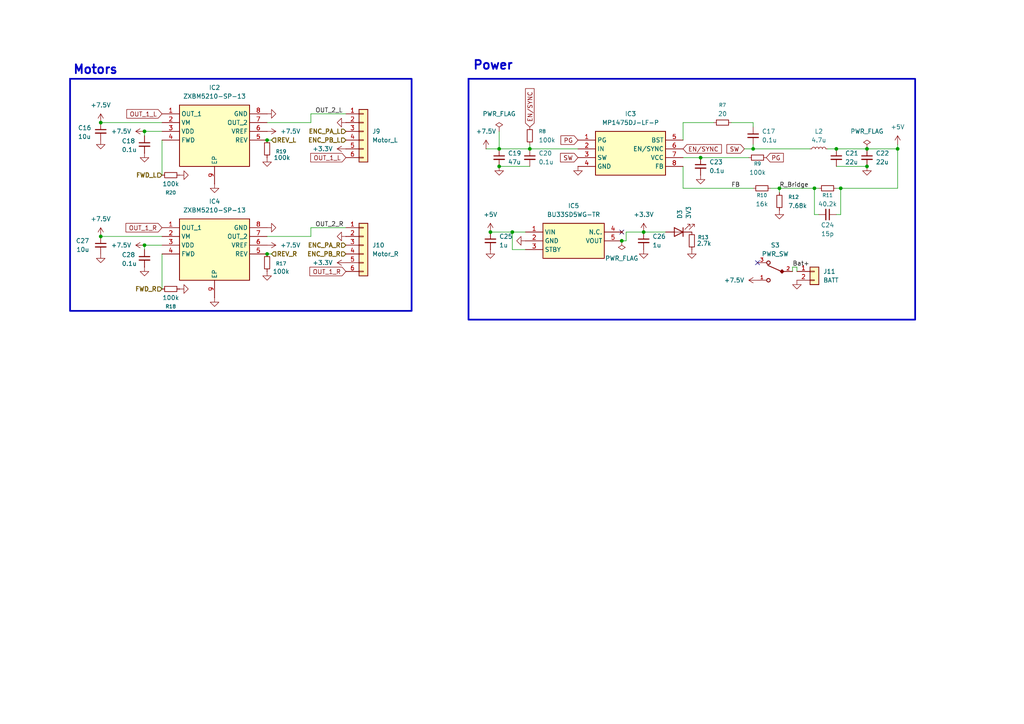
<source format=kicad_sch>
(kicad_sch (version 20250114) (generator "eeschema") (generator_version "9.0")
  (paper "A4")
  (title_block (title "Power&Control") (date "2025-09-19") (rev "Nelven") (company "ESE"))
  (lib_symbols
    (symbol "472121020311:472121020311" (pin_names (offset 1.016))
      (property "Reference" "S" (at 0 3.81 0))
      (property "Value" "472121020311" (at 0 -5.08 0))
      (symbol "472121020311_0_0"
        (polyline (pts (xy -2.032 -0.508) (xy -2.54 0) (xy -2.032 0.508) (xy -1.524 0) (xy -2.032 -0.508)) (stroke (width 0.254)) (fill (type outline)))
        (polyline (pts (xy -1.905 0) (xy 2.1082 -1.778)) (stroke (width 0.254)))
        (circle (center 1.905 2.54) (radius 0.508) (stroke (width 0.254)))
        (circle (center 1.905 -2.54) (radius 0.508) (stroke (width 0.254)))
        (pin passive line (at -5.08 0 0) (length 2.54) (name "~") (number "2"))
        (pin passive line (at 5.08 2.54 180) (length 2.54) (name "~") (number "1"))
        (pin passive line (at 5.08 -2.54 180) (length 2.54) (name "~") (number "3"))
      )
    )
    (symbol "BU33SD5WG-TR:BU33SD5WG-TR"
      (property "Reference" "PS" (at 24.13 7.62 0))
      (property "Value" "BU33SD5WG-TR" (at 24.13 5.08 0))
      (symbol "BU33SD5WG-TR_1_1"
        (rectangle (start 5.08 2.54) (end 22.86 -7.62) (stroke (width 0.254)) (fill (type background)))
        (pin passive line (at 0 0 0) (length 5.08) (name "VIN") (number "1"))
        (pin passive line (at 0 -2.54 0) (length 5.08) (name "GND") (number "2"))
        (pin passive line (at 0 -5.08 0) (length 5.08) (name "STBY") (number "3"))
        (pin no_connect line (at 27.94 0 180) (length 5.08) (name "N.C.") (number "4"))
        (pin passive line (at 27.94 -2.54 180) (length 5.08) (name "VOUT") (number "5"))
      )
    )
    (symbol "Connector_Generic:Conn_01x02" (pin_names (offset 1.016) (hide yes))
      (property "Reference" "J" (at 0 2.54 0))
      (property "Value" "Conn_01x02" (at 0 -5.08 0))
      (symbol "Conn_01x02_1_1"
        (rectangle (start -1.27 1.27) (end 1.27 -3.81) (stroke (width 0.254)) (fill (type background)))
        (rectangle (start -1.27 0.127) (end 0 -0.127) (stroke (width 0.1524)))
        (rectangle (start -1.27 -2.413) (end 0 -2.667) (stroke (width 0.1524)))
        (pin passive line (at -5.08 0 0) (length 3.81) (name "Pin_1") (number "1"))
        (pin passive line (at -5.08 -2.54 0) (length 3.81) (name "Pin_2") (number "2"))
      )
    )
    (symbol "Connector_Generic:Conn_01x06" (pin_names (offset 1.016) (hide yes))
      (property "Reference" "J" (at 0 7.62 0))
      (property "Value" "Conn_01x06" (at 0 -10.16 0))
      (symbol "Conn_01x06_1_1"
        (rectangle (start -1.27 6.35) (end 1.27 -8.89) (stroke (width 0.254)) (fill (type background)))
        (rectangle (start -1.27 5.207) (end 0 4.953) (stroke (width 0.1524)))
        (rectangle (start -1.27 2.667) (end 0 2.413) (stroke (width 0.1524)))
        (rectangle (start -1.27 0.127) (end 0 -0.127) (stroke (width 0.1524)))
        (rectangle (start -1.27 -2.413) (end 0 -2.667) (stroke (width 0.1524)))
        (rectangle (start -1.27 -4.953) (end 0 -5.207) (stroke (width 0.1524)))
        (rectangle (start -1.27 -7.493) (end 0 -7.747) (stroke (width 0.1524)))
        (pin passive line (at -5.08 5.08 0) (length 3.81) (name "Pin_1") (number "1"))
        (pin passive line (at -5.08 2.54 0) (length 3.81) (name "Pin_2") (number "2"))
        (pin passive line (at -5.08 0 0) (length 3.81) (name "Pin_3") (number "3"))
        (pin passive line (at -5.08 -2.54 0) (length 3.81) (name "Pin_4") (number "4"))
        (pin passive line (at -5.08 -5.08 0) (length 3.81) (name "Pin_5") (number "5"))
        (pin passive line (at -5.08 -7.62 0) (length 3.81) (name "Pin_6") (number "6"))
      )
    )
    (symbol "Device:C_Small" (pin_numbers (hide yes)) (pin_names (offset 0.254) (hide yes))
      (property "Reference" "C" (at 0.254 1.778 0))
      (property "Value" "C_Small" (at 0.254 -2.032 0))
      (symbol "C_Small_0_1"
        (polyline (pts (xy -1.524 0.508) (xy 1.524 0.508)) (stroke (width 0.3048)))
        (polyline (pts (xy -1.524 -0.508) (xy 1.524 -0.508)) (stroke (width 0.3302)))
      )
      (symbol "C_Small_1_1"
        (pin passive line (at 0 2.54 270) (length 2.032) (name "~") (number "1"))
        (pin passive line (at 0 -2.54 90) (length 2.032) (name "~") (number "2"))
      )
    )
    (symbol "Device:LED" (pin_numbers (hide yes)) (pin_names (offset 1.016) (hide yes))
      (property "Reference" "D" (at 0 2.54 0))
      (property "Value" "LED" (at 0 -2.54 0))
      (symbol "LED_0_1"
        (polyline (pts (xy -3.048 -0.762) (xy -4.572 -2.286) (xy -3.81 -2.286) (xy -4.572 -2.286) (xy -4.572 -1.524)))
        (polyline (pts (xy -1.778 -0.762) (xy -3.302 -2.286) (xy -2.54 -2.286) (xy -3.302 -2.286) (xy -3.302 -1.524)))
        (polyline (pts (xy -1.27 0) (xy 1.27 0)))
        (polyline (pts (xy -1.27 -1.27) (xy -1.27 1.27)) (stroke (width 0.254)))
        (polyline (pts (xy 1.27 -1.27) (xy 1.27 1.27) (xy -1.27 0) (xy 1.27 -1.27)) (stroke (width 0.254)))
      )
      (symbol "LED_1_1"
        (pin passive line (at -3.81 0 0) (length 2.54) (name "K") (number "1"))
        (pin passive line (at 3.81 0 180) (length 2.54) (name "A") (number "2"))
      )
    )
    (symbol "Device:L_Small" (pin_numbers (hide yes)) (pin_names (offset 0.254) (hide yes))
      (property "Reference" "L" (at 0.762 1.016 0))
      (property "Value" "L_Small" (at 0.762 -1.016 0))
      (symbol "L_Small_0_1"
        (arc (start 0 2.032) (mid 0.5058 1.524) (end 0 1.016))
        (arc (start 0 1.016) (mid 0.5058 0.508) (end 0 0))
        (arc (start 0 0) (mid 0.5058 -0.508) (end 0 -1.016))
        (arc (start 0 -1.016) (mid 0.5058 -1.524) (end 0 -2.032))
      )
      (symbol "L_Small_1_1"
        (pin passive line (at 0 2.54 270) (length 0.508) (name "~") (number "1"))
        (pin passive line (at 0 -2.54 90) (length 0.508) (name "~") (number "2"))
      )
    )
    (symbol "Device:R_Small" (pin_numbers (hide yes)) (pin_names (offset 0.254) (hide yes))
      (property "Reference" "R" (at 0 0 90))
      (property "Value" "R_Small" (at 1.778 0 90))
      (symbol "R_Small_0_1"
        (rectangle (start -0.762 1.778) (end 0.762 -1.778) (stroke (width 0.2032)))
      )
      (symbol "R_Small_1_1"
        (pin passive line (at 0 2.54 270) (length 0.762) (name "~") (number "1"))
        (pin passive line (at 0 -2.54 90) (length 0.762) (name "~") (number "2"))
      )
    )
    (symbol "MP1475DJ-LF-P:MP1475DJ-LF-P"
      (property "Reference" "IC" (at 26.67 7.62 0))
      (property "Value" "MP1475DJ-LF-P" (at 26.67 5.08 0))
      (symbol "MP1475DJ-LF-P_1_1"
        (rectangle (start 5.08 2.54) (end 25.4 -10.16) (stroke (width 0.254)) (fill (type background)))
        (pin passive line (at 0 0 0) (length 5.08) (name "PG") (number "1"))
        (pin passive line (at 0 -2.54 0) (length 5.08) (name "IN") (number "2"))
        (pin passive line (at 0 -5.08 0) (length 5.08) (name "SW") (number "3"))
        (pin passive line (at 0 -7.62 0) (length 5.08) (name "GND") (number "4"))
        (pin passive line (at 30.48 0 180) (length 5.08) (name "BST") (number "5"))
        (pin passive line (at 30.48 -2.54 180) (length 5.08) (name "EN/SYNC") (number "6"))
        (pin passive line (at 30.48 -5.08 180) (length 5.08) (name "VCC") (number "7"))
        (pin passive line (at 30.48 -7.62 180) (length 5.08) (name "FB") (number "8"))
      )
    )
    (symbol "ZXBM5210-SP-13:ZXBM5210-SP-13"
      (property "Reference" "IC" (at 26.67 7.62 0))
      (property "Value" "ZXBM5210-SP-13" (at 26.67 5.08 0))
      (symbol "ZXBM5210-SP-13_1_1"
        (rectangle (start 5.08 2.54) (end 25.4 -15.24) (stroke (width 0.254)) (fill (type background)))
        (pin passive line (at 0 0 0) (length 5.08) (name "OUT_1") (number "1"))
        (pin passive line (at 0 -2.54 0) (length 5.08) (name "VM") (number "2"))
        (pin passive line (at 0 -5.08 0) (length 5.08) (name "VDD") (number "3"))
        (pin passive line (at 0 -7.62 0) (length 5.08) (name "FWD") (number "4"))
        (pin passive line (at 15.24 -20.32 90) (length 5.08) (name "EP") (number "9"))
        (pin passive line (at 30.48 0 180) (length 5.08) (name "GND") (number "8"))
        (pin passive line (at 30.48 -2.54 180) (length 5.08) (name "OUT_2") (number "7"))
        (pin passive line (at 30.48 -5.08 180) (length 5.08) (name "VREF") (number "6"))
        (pin passive line (at 30.48 -7.62 180) (length 5.08) (name "REV") (number "5"))
      )
    )
    (symbol "power:+3.3V" (power) (pin_numbers (hide yes)) (pin_names (offset 0) (hide yes))
      (property "Value" "+3.3V" (at 0 3.556 0))
      (symbol "+3.3V_0_1"
        (polyline (pts (xy -0.762 1.27) (xy 0 2.54)))
        (polyline (pts (xy 0 2.54) (xy 0.762 1.27)))
        (polyline (pts (xy 0 0) (xy 0 2.54)))
      )
      (symbol "+3.3V_1_1"
        (pin power_in line (at 0 0 90) (length 0) (name "~") (number "1"))
      )
    )
    (symbol "power:+5V" (power) (pin_numbers (hide yes)) (pin_names (offset 0) (hide yes))
      (property "Value" "+5V" (at 0 3.556 0))
      (symbol "+5V_0_1"
        (polyline (pts (xy -0.762 1.27) (xy 0 2.54)))
        (polyline (pts (xy 0 2.54) (xy 0.762 1.27)))
        (polyline (pts (xy 0 0) (xy 0 2.54)))
      )
      (symbol "+5V_1_1"
        (pin power_in line (at 0 0 90) (length 0) (name "~") (number "1"))
      )
    )
    (symbol "power:+7.5V" (power) (pin_numbers (hide yes)) (pin_names (offset 0) (hide yes))
      (property "Value" "+7.5V" (at 0 3.556 0))
      (symbol "+7.5V_0_1"
        (polyline (pts (xy -0.762 1.27) (xy 0 2.54)))
        (polyline (pts (xy 0 2.54) (xy 0.762 1.27)))
        (polyline (pts (xy 0 0) (xy 0 2.54)))
      )
      (symbol "+7.5V_1_1"
        (pin power_in line (at 0 0 90) (length 0) (name "~") (number "1"))
      )
    )
    (symbol "power:GND" (power) (pin_numbers (hide yes)) (pin_names (offset 0) (hide yes))
      (property "Value" "GND" (at 0 -3.81 0))
      (symbol "GND_0_1"
        (polyline (pts (xy 0 0) (xy 0 -1.27) (xy 1.27 -1.27) (xy 0 -2.54) (xy -1.27 -1.27) (xy 0 -1.27)))
      )
      (symbol "GND_1_1"
        (pin power_in line (at 0 0 270) (length 0) (name "~") (number "1"))
      )
    )
    (symbol "power:PWR_FLAG" (power) (pin_numbers (hide yes)) (pin_names (offset 0) (hide yes))
      (property "Value" "PWR_FLAG" (at 0 3.81 0))
      (symbol "PWR_FLAG_0_0"
        (pin power_out line (at 0 0 90) (length 0) (name "~") (number "1"))
      )
      (symbol "PWR_FLAG_0_1"
        (polyline (pts (xy 0 0) (xy 0 1.27) (xy -1.016 1.905) (xy 0 2.54) (xy 1.016 1.905) (xy 0 1.27)))
      )
    )
  )
  (rectangle (start 135.89 22.86) (end 265.43 92.71) (stroke (width 0.5)))
  (rectangle (start 20.32 22.86) (end 119.38 90.17) (stroke (width 0.5)))
  (text "Power" (at 143.002 19.05 0) (effects (font (size 2.54 2.54) (thickness 0.508) (bold yes))))
  (text "Motors" (at 27.686 20.32 0) (effects (font (size 2.54 2.54) (thickness 0.508) (bold yes))))
  (junction (at 144.78 48.26))
  (junction (at 29.21 68.58))
  (junction (at 77.47 73.66))
  (junction (at 218.44 43.18))
  (junction (at 242.57 43.18))
  (junction (at 203.2 45.72))
  (junction (at 251.46 43.18))
  (junction (at 236.22 54.61))
  (junction (at 142.24 67.31))
  (junction (at 226.06 54.61))
  (junction (at 251.46 48.26))
  (junction (at 186.69 67.31))
  (junction (at 41.91 71.12))
  (junction (at 153.67 43.18))
  (junction (at 180.34 69.85))
  (junction (at 29.21 35.56))
  (junction (at 243.84 54.61))
  (junction (at 77.47 40.64))
  (junction (at 148.59 67.31))
  (junction (at 144.78 43.18))
  (junction (at 41.91 38.1))
  (junction (at 260.35 43.18))
  (no_connect (at 180.34 67.31))
  (no_connect (at 219.71 76.2))
  (wire (pts (xy 243.84 54.61) (xy 243.84 62.23)))
  (wire (pts (xy 144.78 48.26) (xy 153.67 48.26)))
  (wire (pts (xy 41.91 71.12) (xy 46.99 71.12)))
  (wire (pts (xy 260.35 43.18) (xy 260.35 54.61)))
  (wire (pts (xy 152.4 72.39) (xy 148.59 72.39)))
  (wire (pts (xy 234.95 43.18) (xy 218.44 43.18)))
  (wire (pts (xy 198.12 35.56) (xy 198.12 40.64)))
  (wire (pts (xy 77.47 35.56) (xy 90.17 35.56)))
  (wire (pts (xy 153.67 41.91) (xy 153.67 43.18)))
  (wire (pts (xy 41.91 39.37) (xy 41.91 38.1)))
  (wire (pts (xy 29.21 35.56) (xy 46.99 35.56)))
  (wire (pts (xy 242.57 48.26) (xy 251.46 48.26)))
  (wire (pts (xy 90.17 35.56) (xy 90.17 33.02)))
  (wire (pts (xy 198.12 35.56) (xy 207.01 35.56)))
  (wire (pts (xy 229.87 77.47) (xy 229.87 78.74)))
  (wire (pts (xy 148.59 72.39) (xy 148.59 67.31)))
  (wire (pts (xy 77.47 68.58) (xy 90.17 68.58)))
  (wire (pts (xy 218.44 41.91) (xy 218.44 43.18)))
  (wire (pts (xy 78.74 73.66) (xy 77.47 73.66)))
  (wire (pts (xy 226.06 55.88) (xy 226.06 54.61)))
  (wire (pts (xy 78.74 40.64) (xy 77.47 40.64)))
  (wire (pts (xy 203.2 45.72) (xy 217.17 45.72)))
  (wire (pts (xy 242.57 43.18) (xy 251.46 43.18)))
  (wire (pts (xy 218.44 43.18) (xy 215.9 43.18)))
  (wire (pts (xy 260.35 41.91) (xy 260.35 43.18)))
  (wire (pts (xy 212.09 35.56) (xy 218.44 35.56)))
  (wire (pts (xy 144.78 43.18) (xy 153.67 43.18)))
  (wire (pts (xy 46.99 83.82) (xy 46.99 73.66)))
  (wire (pts (xy 260.35 54.61) (xy 243.84 54.61)))
  (wire (pts (xy 236.22 54.61) (xy 236.22 62.23)))
  (wire (pts (xy 41.91 38.1) (xy 46.99 38.1)))
  (wire (pts (xy 229.87 77.47) (xy 231.14 77.47)))
  (wire (pts (xy 148.59 67.31) (xy 152.4 67.31)))
  (wire (pts (xy 181.61 67.31) (xy 181.61 69.85)))
  (wire (pts (xy 29.21 68.58) (xy 46.99 68.58)))
  (wire (pts (xy 186.69 67.31) (xy 193.04 67.31)))
  (wire (pts (xy 243.84 62.23) (xy 242.57 62.23)))
  (wire (pts (xy 186.69 67.31) (xy 181.61 67.31)))
  (wire (pts (xy 90.17 68.58) (xy 90.17 66.04)))
  (wire (pts (xy 198.12 45.72) (xy 203.2 45.72)))
  (wire (pts (xy 41.91 72.39) (xy 41.91 71.12)))
  (wire (pts (xy 181.61 69.85) (xy 180.34 69.85)))
  (wire (pts (xy 243.84 54.61) (xy 242.57 54.61)))
  (wire (pts (xy 90.17 33.02) (xy 100.33 33.02)))
  (wire (pts (xy 198.12 48.26) (xy 198.12 54.61)))
  (wire (pts (xy 226.06 54.61) (xy 223.52 54.61)))
  (wire (pts (xy 142.24 67.31) (xy 148.59 67.31)))
  (wire (pts (xy 218.44 35.56) (xy 218.44 36.83)))
  (wire (pts (xy 242.57 43.18) (xy 240.03 43.18)))
  (wire (pts (xy 236.22 54.61) (xy 237.49 54.61)))
  (wire (pts (xy 46.99 50.8) (xy 46.99 40.64)))
  (wire (pts (xy 140.97 43.18) (xy 144.78 43.18)))
  (wire (pts (xy 260.35 43.18) (xy 251.46 43.18)))
  (wire (pts (xy 198.12 54.61) (xy 218.44 54.61)))
  (wire (pts (xy 226.06 54.61) (xy 236.22 54.61)))
  (wire (pts (xy 90.17 66.04) (xy 100.33 66.04)))
  (wire (pts (xy 144.78 38.1) (xy 144.78 43.18)))
  (wire (pts (xy 236.22 62.23) (xy 237.49 62.23)))
  (wire (pts (xy 231.14 77.47) (xy 231.14 78.74)))
  (wire (pts (xy 153.67 43.18) (xy 167.64 43.18)))
  (label "Bat+" (at 229.87 77.47 0))
  (label "FB" (at 212.09 54.61 0))
  (label "OUT_2_R" (at 91.44 66.04 0))
  (label "OUT_2_L" (at 91.44 33.02 0))
  (label "R_Bridge" (at 226.06 54.61 0))
  (global_label "SW" (shape input) (at 167.64 45.72 180) (effects (font (thickness 0.1588))) (property "Intersheetrefs" "${INTERSHEET_REFS}" (effects (hide yes))))
  (global_label "EN{slash}SYNC" (shape input) (at 153.67 36.83 90) (effects (font (thickness 0.1588))) (property "Intersheetrefs" "${INTERSHEET_REFS}" (effects (hide yes))))
  (global_label "SW" (shape input) (at 215.9 43.18 180) (effects (font (thickness 0.1588))) (property "Intersheetrefs" "${INTERSHEET_REFS}" (effects (hide yes))))
  (global_label "PG" (shape input) (at 167.64 40.64 180) (effects (font (thickness 0.1588))) (property "Intersheetrefs" "${INTERSHEET_REFS}" (effects (hide yes))))
  (global_label "EN{slash}SYNC" (shape input) (at 198.12 43.18 0) (effects (font (thickness 0.1588))) (property "Intersheetrefs" "${INTERSHEET_REFS}" (effects (hide yes))))
  (global_label "OUT_1_R" (shape input) (at 46.99 66.04 180) (property "Intersheetrefs" "${INTERSHEET_REFS}" (effects (hide yes))))
  (global_label "OUT_1_L" (shape input) (at 100.33 45.72 180) (property "Intersheetrefs" "${INTERSHEET_REFS}" (effects (hide yes))))
  (global_label "PG" (shape input) (at 222.25 45.72 0) (effects (font (thickness 0.1588))) (property "Intersheetrefs" "${INTERSHEET_REFS}" (effects (hide yes))))
  (global_label "OUT_1_L" (shape input) (at 46.99 33.02 180) (property "Intersheetrefs" "${INTERSHEET_REFS}" (effects (hide yes))))
  (global_label "OUT_1_R" (shape input) (at 100.33 78.74 180) (property "Intersheetrefs" "${INTERSHEET_REFS}" (effects (hide yes))))
  (hierarchical_label "ENC_PB_R" (shape input) (at 100.33 73.66 180) (effects (font (thickness 0.254) (bold yes))))
  (hierarchical_label "ENC_PB_L" (shape input) (at 100.33 40.64 180) (effects (font (thickness 0.254) (bold yes))))
  (hierarchical_label "REV_L" (shape input) (at 78.74 40.64 0) (effects (font (thickness 0.254) (bold yes))))
  (hierarchical_label "FWD_R" (shape input) (at 46.99 83.82 180) (effects (font (thickness 0.254) (bold yes))))
  (hierarchical_label "ENC_PA_L" (shape input) (at 100.33 38.1 180) (effects (font (thickness 0.254) (bold yes))))
  (hierarchical_label "REV_R" (shape input) (at 78.74 73.66 0) (effects (font (thickness 0.254) (bold yes))))
  (hierarchical_label "FWD_L" (shape input) (at 46.99 50.8 180) (effects (font (thickness 0.254) (bold yes))))
  (hierarchical_label "ENC_PA_R" (shape input) (at 100.33 71.12 180) (effects (font (thickness 0.254) (bold yes))))
  (symbol (lib_id "Device:C_Small") (at 251.46 45.72 0) (unit 1)
    (property "Reference" "C22" (at 254 44.4562 0) (effects (justify left)))
    (property "Value" "22u" (at 254 46.9962 0) (effects (justify left)))
    (property "Footprint" "Capacitor_SMD:C_0402_1005Metric" (effects (hide yes)))
    (property "Description" "Unpolarized capacitor, small symbol" (effects (hide yes)))
  )
  (symbol (lib_id "ZXBM5210-SP-13:ZXBM5210-SP-13") (at 46.99 33.02 0) (unit 1)
    (property "Reference" "IC2" (at 62.23 25.4 0))
    (property "Value" "ZXBM5210-SP-13" (at 62.23 27.94 0))
    (property "Footprint" "ESE:SOIC127P600X150-9N" (effects (hide yes)))
    (property "Datasheet" "https://www.diodes.com/assets/Datasheets/ZXBM5210.pdf" (effects (hide yes)))
    (property "Description" "Motor / Motion / Ignition Controllers & Drivers Reversible DC Drive 0.85mA" (effects (hide yes)))
    (property "Height" "1.5" (effects (hide yes)))
    (property "Manufacturer_Name" "Diodes Incorporated" (effects (hide yes)))
    (property "Manufacturer_Part_Number" "ZXBM5210-SP-13" (effects (hide yes)))
    (property "Mouser Part Number" "621-ZXBM5210-SP-13" (effects (hide yes)))
    (property "Mouser Price/Stock" "https://www.mouser.co.uk/ProductDetail/Diodes-Incorporated/ZXBM5210-SP-13?qs=98WN%2FnWUQiQYAgSBGLkvdw%3D%3D" (effects (hide yes)))
    (property "Arrow Part Number" "ZXBM5210-SP-13" (effects (hide yes)))
    (property "Arrow Price/Stock" "https://www.arrow.com/en/products/zxbm5210-sp-13/diodes-incorporated?region=nac" (effects (hide yes)))
  )
  (symbol (lib_id "power:+7.5V") (at 140.97 43.18 0) (unit 1)
    (property "Reference" "#PWR058" (effects (hide yes)))
    (property "Value" "+7.5V" (at 140.97 38.1 0))
    (property "Description" "Power symbol creates a global label with name \"+7.5V\"" (effects (hide yes)))
  )
  (symbol (lib_id "Connector_Generic:Conn_01x02") (at 236.22 78.74 0) (unit 1)
    (property "Reference" "J11" (at 238.76 78.7399 0) (effects (justify left)))
    (property "Value" "BATT" (at 238.76 81.2799 0) (effects (justify left)))
    (property "Footprint" "Connector_JST:JST_PH_S2B-PH-K_1x02_P2.00mm_Horizontal" (effects (hide yes)))
    (property "Description" "Generic connector, single row, 01x02, script generated (kicad-library-utils/schlib/autogen/connector/)" (effects (hide yes)))
  )
  (symbol (lib_id "power:PWR_FLAG") (at 180.34 69.85 180) (unit 1)
    (property "Reference" "#FLG05" (effects (hide yes)))
    (property "Value" "PWR_FLAG" (at 180.34 74.93 0))
    (property "Description" "Special symbol for telling ERC where power comes from" (effects (hide yes)))
  )
  (symbol (lib_id "power:+7.5V") (at 41.91 71.12 90) (unit 1)
    (property "Reference" "#PWR072" (effects (hide yes)))
    (property "Value" "+7.5V" (at 38.1 71.1199 90) (effects (justify left)))
    (property "Description" "Power symbol creates a global label with name \"+7.5V\"" (effects (hide yes)))
  )
  (symbol (lib_id "BU33SD5WG-TR:BU33SD5WG-TR") (at 152.4 67.31 0) (unit 1)
    (property "Reference" "IC5" (at 166.37 59.69 0))
    (property "Value" "BU33SD5WG-TR" (at 166.37 62.23 0))
    (property "Footprint" "ESE:SOT95P280X125-5N" (effects (hide yes)))
    (property "Datasheet" "https://componentsearchengine.com/Datasheets/1/BU33SD5WG-TR.pdf" (effects (hide yes)))
    (property "Description" "LDO regulator,3.3V,0.5A,standby,SSOP5 ROHM BU33SD5WG-TR, LDO Voltage Regulator, 0.5A, 3.3 V +/-2%, 1.7  6 Vin, 5-Pin SSOP" (effects (hide yes)))
    (property "Height" "1.25" (effects (hide yes)))
    (property "Manufacturer_Name" "ROHM Semiconductor" (effects (hide yes)))
    (property "Manufacturer_Part_Number" "BU33SD5WG-TR" (effects (hide yes)))
  )
  (symbol (lib_id "power:+3.3V") (at 100.33 76.2 90) (unit 1)
    (property "Reference" "#PWR078" (effects (hide yes)))
    (property "Value" "+3.3V" (at 96.52 76.1999 90) (effects (justify left)))
    (property "Description" "Power symbol creates a global label with name \"+3.3V\"" (effects (hide yes)))
  )
  (symbol (lib_id "Device:R_Small") (at 49.53 83.82 90) (unit 1)
    (property "Reference" "R18" (at 49.53 88.9 90) (effects (font (size 1.016 1.016))))
    (property "Value" "100k" (at 49.53 86.36 90))
    (property "Footprint" "Resistor_SMD:R_0402_1005Metric" (effects (hide yes)))
    (property "Description" "Resistor, small symbol" (effects (hide yes)))
  )
  (symbol (lib_id "Device:R_Small") (at 49.53 50.8 90) (unit 1)
    (property "Reference" "R20" (at 49.53 55.88 90) (effects (font (size 1.016 1.016))))
    (property "Value" "100k" (at 49.53 53.34 90))
    (property "Footprint" "Resistor_SMD:R_0402_1005Metric" (effects (hide yes)))
    (property "Description" "Resistor, small symbol" (effects (hide yes)))
  )
  (symbol (lib_id "power:GND") (at 167.64 48.26 0) (unit 1)
    (property "Reference" "#PWR061" (effects (hide yes)))
    (property "Value" "GND" (effects (hide yes)))
    (property "Description" "Power symbol creates a global label with name \"GND\" , ground" (effects (hide yes)))
  )
  (symbol (lib_id "power:GND") (at 77.47 33.02 90) (unit 1)
    (property "Reference" "#PWR050" (effects (hide yes)))
    (property "Value" "GND" (effects (hide yes)))
    (property "Description" "Power symbol creates a global label with name \"GND\" , ground" (effects (hide yes)))
  )
  (symbol (lib_id "Device:R_Small") (at 77.47 76.2 0) (unit 1)
    (property "Reference" "R17" (at 81.534 76.454 0) (effects (font (size 1.016 1.016))))
    (property "Value" "100k" (at 81.534 78.74 0))
    (property "Footprint" "Resistor_SMD:R_0402_1005Metric" (effects (hide yes)))
    (property "Description" "Resistor, small symbol" (effects (hide yes)))
  )
  (symbol (lib_id "Device:R_Small") (at 240.03 54.61 270) (unit 1)
    (property "Reference" "R11" (at 240.03 56.642 90) (effects (font (size 1.016 1.016))))
    (property "Value" "40.2k" (at 240.03 59.182 90))
    (property "Footprint" "Resistor_SMD:R_0402_1005Metric" (effects (hide yes)))
    (property "Description" "Resistor, small symbol" (effects (hide yes)))
  )
  (symbol (lib_id "power:GND") (at 77.47 78.74 0) (unit 1)
    (property "Reference" "#PWR090" (effects (hide yes)))
    (property "Value" "GND" (effects (hide yes)))
    (property "Description" "Power symbol creates a global label with name \"GND\" , ground" (effects (hide yes)))
  )
  (symbol (lib_id "power:GND") (at 203.2 50.8 0) (unit 1)
    (property "Reference" "#PWR063" (effects (hide yes)))
    (property "Value" "GND" (effects (hide yes)))
    (property "Description" "Power symbol creates a global label with name \"GND\" , ground" (effects (hide yes)))
  )
  (symbol (lib_id "power:GND") (at 41.91 77.47 0) (unit 1)
    (property "Reference" "#PWR079" (effects (hide yes)))
    (property "Value" "GND" (effects (hide yes)))
    (property "Description" "Power symbol creates a global label with name \"GND\" , ground" (effects (hide yes)))
  )
  (symbol (lib_id "power:+7.5V") (at 219.71 81.28 90) (unit 1)
    (property "Reference" "#PWR080" (effects (hide yes)))
    (property "Value" "+7.5V" (at 215.9 81.2799 90) (effects (justify left)))
    (property "Description" "Power symbol creates a global label with name \"+7.5V\"" (effects (hide yes)))
  )
  (symbol (lib_id "power:GND") (at 251.46 48.26 0) (unit 1)
    (property "Reference" "#PWR062" (effects (hide yes)))
    (property "Value" "GND" (effects (hide yes)))
    (property "Description" "Power symbol creates a global label with name \"GND\" , ground" (effects (hide yes)))
  )
  (symbol (lib_id "Connector_Generic:Conn_01x06") (at 105.41 38.1 0) (unit 1)
    (property "Reference" "J9" (at 107.95 38.0999 0) (effects (justify left)))
    (property "Value" "Motor_L" (at 107.95 40.6399 0) (effects (justify left)))
    (property "Footprint" "Connector_JST:JST_PH_S6B-PH-K_1x06_P2.00mm_Horizontal" (effects (hide yes)))
    (property "Description" "Generic connector, single row, 01x06, script generated (kicad-library-utils/schlib/autogen/connector/)" (effects (hide yes)))
  )
  (symbol (lib_id "power:PWR_FLAG") (at 144.78 38.1 0) (unit 1)
    (property "Reference" "#FLG03" (effects (hide yes)))
    (property "Value" "PWR_FLAG" (at 144.78 33.02 0))
    (property "Description" "Special symbol for telling ERC where power comes from" (effects (hide yes)))
  )
  (symbol (lib_id "power:GND") (at 29.21 40.64 0) (unit 1)
    (property "Reference" "#PWR055" (effects (hide yes)))
    (property "Value" "GND" (effects (hide yes)))
    (property "Description" "Power symbol creates a global label with name \"GND\" , ground" (effects (hide yes)))
  )
  (symbol (lib_id "Connector_Generic:Conn_01x06") (at 105.41 71.12 0) (unit 1)
    (property "Reference" "J10" (at 107.95 71.1199 0) (effects (justify left)))
    (property "Value" "Motor_R" (at 107.95 73.6599 0) (effects (justify left)))
    (property "Footprint" "Connector_JST:JST_PH_S6B-PH-K_1x06_P2.00mm_Horizontal" (effects (hide yes)))
    (property "Description" "Generic connector, single row, 01x06, script generated (kicad-library-utils/schlib/autogen/connector/)" (effects (hide yes)))
  )
  (symbol (lib_id "MP1475DJ-LF-P:MP1475DJ-LF-P") (at 167.64 40.64 0) (unit 1)
    (property "Reference" "IC3" (at 182.88 33.02 0))
    (property "Value" "MP1475DJ-LF-P" (at 182.88 35.56 0))
    (property "Footprint" "ESE:SOT65P280X100-8N" (effects (hide yes)))
    (property "Datasheet" "https://www.monolithicpower.com/en/documentview/productdocument/index/version/2/document_type/Datasheet/lang/en/sku/MP1475/document_id/342" (effects (hide yes)))
    (property "Description" "Switching Voltage Regulators 3A, 16V, 500kHz Sync, Stp-Dwn Cnvrtr" (effects (hide yes)))
    (property "Height" "1" (effects (hide yes)))
    (property "Manufacturer_Name" "Monolithic Power Systems (MPS)" (effects (hide yes)))
    (property "Manufacturer_Part_Number" "MP1475DJ-LF-P" (effects (hide yes)))
  )
  (symbol (lib_id "power:PWR_FLAG") (at 251.46 43.18 0) (unit 1)
    (property "Reference" "#FLG04" (effects (hide yes)))
    (property "Value" "PWR_FLAG" (at 251.46 38.1 0))
    (property "Description" "Special symbol for telling ERC where power comes from" (effects (hide yes)))
  )
  (symbol (lib_id "Device:C_Small") (at 41.91 74.93 0) (unit 1)
    (property "Reference" "C28" (at 35.306 73.914 0) (effects (justify left)))
    (property "Value" "0.1u" (at 35.306 76.454 0) (effects (justify left)))
    (property "Footprint" "Capacitor_SMD:C_0402_1005Metric" (effects (hide yes)))
    (property "Description" "Unpolarized capacitor, small symbol" (effects (hide yes)))
  )
  (symbol (lib_id "power:GND") (at 186.69 72.39 0) (unit 1)
    (property "Reference" "#PWR075" (effects (hide yes)))
    (property "Value" "GND" (effects (hide yes)))
    (property "Description" "Power symbol creates a global label with name \"GND\" , ground" (effects (hide yes)))
  )
  (symbol (lib_id "Device:R_Small") (at 226.06 58.42 0) (unit 1)
    (property "Reference" "R12" (at 228.6 57.1499 0) (effects (font (size 1.016 1.016)) (justify left)))
    (property "Value" "7.68k" (at 228.6 59.6899 0) (effects (justify left)))
    (property "Footprint" "Resistor_SMD:R_0402_1005Metric" (effects (hide yes)))
    (property "Description" "Resistor, small symbol" (effects (hide yes)))
  )
  (symbol (lib_id "power:+5V") (at 260.35 41.91 0) (unit 1)
    (property "Reference" "#PWR056" (effects (hide yes)))
    (property "Value" "+5V" (at 260.35 36.83 0))
    (property "Description" "Power symbol creates a global label with name \"+5V\"" (effects (hide yes)))
  )
  (symbol (lib_id "Device:R_Small") (at 77.47 43.18 0) (unit 1)
    (property "Reference" "R19" (at 81.534 43.942 0) (effects (font (size 1.016 1.016))))
    (property "Value" "100k" (at 81.788 45.72 0))
    (property "Footprint" "Resistor_SMD:R_0402_1005Metric" (effects (hide yes)))
    (property "Description" "Resistor, small symbol" (effects (hide yes)))
  )
  (symbol (lib_id "Device:R_Small") (at 200.66 69.85 180) (unit 1)
    (property "Reference" "R13" (at 203.962 68.834 0) (effects (font (size 1.016 1.016))))
    (property "Value" "2.7k" (at 204.216 70.612 0))
    (property "Footprint" "Resistor_SMD:R_0402_1005Metric" (effects (hide yes)))
    (property "Description" "Resistor, small symbol" (effects (hide yes)))
  )
  (symbol (lib_id "Device:LED") (at 196.85 67.31 180) (unit 1)
    (property "Reference" "D3" (at 197.1674 63.5 90) (effects (justify right)))
    (property "Value" "3V3" (at 199.7074 63.5 90) (effects (justify right)))
    (property "Footprint" "LED_SMD:LED_0603_1608Metric" (effects (hide yes)))
    (property "Description" "Light emitting diode" (effects (hide yes)))
    (property "Sim.Pins" "1=K 2=A" (effects (hide yes)))
  )
  (symbol (lib_id "Device:C_Small") (at 41.91 41.91 0) (unit 1)
    (property "Reference" "C18" (at 35.306 40.894 0) (effects (justify left)))
    (property "Value" "0.1u" (at 35.306 43.434 0) (effects (justify left)))
    (property "Footprint" "Capacitor_SMD:C_0402_1005Metric" (effects (hide yes)))
    (property "Description" "Unpolarized capacitor, small symbol" (effects (hide yes)))
  )
  (symbol (lib_id "ZXBM5210-SP-13:ZXBM5210-SP-13") (at 46.99 66.04 0) (unit 1)
    (property "Reference" "IC4" (at 62.23 58.42 0))
    (property "Value" "ZXBM5210-SP-13" (at 62.23 60.96 0))
    (property "Footprint" "ESE:SOIC127P600X150-9N" (effects (hide yes)))
    (property "Datasheet" "https://www.diodes.com/assets/Datasheets/ZXBM5210.pdf" (effects (hide yes)))
    (property "Description" "Motor / Motion / Ignition Controllers & Drivers Reversible DC Drive 0.85mA" (effects (hide yes)))
    (property "Height" "1.5" (effects (hide yes)))
    (property "Manufacturer_Name" "Diodes Incorporated" (effects (hide yes)))
    (property "Manufacturer_Part_Number" "ZXBM5210-SP-13" (effects (hide yes)))
    (property "Mouser Part Number" "621-ZXBM5210-SP-13" (effects (hide yes)))
    (property "Mouser Price/Stock" "https://www.mouser.co.uk/ProductDetail/Diodes-Incorporated/ZXBM5210-SP-13?qs=98WN%2FnWUQiQYAgSBGLkvdw%3D%3D" (effects (hide yes)))
    (property "Arrow Part Number" "ZXBM5210-SP-13" (effects (hide yes)))
    (property "Arrow Price/Stock" "https://www.arrow.com/en/products/zxbm5210-sp-13/diodes-incorporated?region=nac" (effects (hide yes)))
  )
  (symbol (lib_id "power:GND") (at 62.23 86.36 0) (unit 1)
    (property "Reference" "#PWR082" (effects (hide yes)))
    (property "Value" "GND" (effects (hide yes)))
    (property "Description" "Power symbol creates a global label with name \"GND\" , ground" (effects (hide yes)))
  )
  (symbol (lib_id "Device:C_Small") (at 203.2 48.26 0) (unit 1)
    (property "Reference" "C23" (at 205.74 46.9962 0) (effects (justify left)))
    (property "Value" "0.1u" (at 205.74 49.5362 0) (effects (justify left)))
    (property "Footprint" "Capacitor_SMD:C_0402_1005Metric" (effects (hide yes)))
    (property "Description" "Unpolarized capacitor, small symbol" (effects (hide yes)))
  )
  (symbol (lib_id "power:GND") (at 100.33 68.58 270) (unit 1)
    (property "Reference" "#PWR070" (effects (hide yes)))
    (property "Value" "GND" (effects (hide yes)))
    (property "Description" "Power symbol creates a global label with name \"GND\" , ground" (effects (hide yes)))
  )
  (symbol (lib_id "power:GND") (at 231.14 81.28 0) (unit 1)
    (property "Reference" "#PWR081" (effects (hide yes)))
    (property "Value" "GND" (effects (hide yes)))
    (property "Description" "Power symbol creates a global label with name \"GND\" , ground" (effects (hide yes)))
  )
  (symbol (lib_id "power:GND") (at 62.23 53.34 0) (unit 1)
    (property "Reference" "#PWR064" (effects (hide yes)))
    (property "Value" "GND" (effects (hide yes)))
    (property "Description" "Power symbol creates a global label with name \"GND\" , ground" (effects (hide yes)))
  )
  (symbol (lib_id "power:+3.3V") (at 186.69 67.31 0) (unit 1)
    (property "Reference" "#PWR068" (effects (hide yes)))
    (property "Value" "+3.3V" (at 186.69 62.23 0))
    (property "Description" "Power symbol creates a global label with name \"+3.3V\"" (effects (hide yes)))
  )
  (symbol (lib_id "Device:C_Small") (at 240.03 62.23 270) (unit 1)
    (property "Reference" "C24" (at 240.03 65.278 90))
    (property "Value" "15p" (at 240.03 67.818 90))
    (property "Footprint" "Capacitor_SMD:C_0402_1005Metric" (effects (hide yes)))
    (property "Description" "Unpolarized capacitor, small symbol" (effects (hide yes)))
  )
  (symbol (lib_id "Device:R_Small") (at 209.55 35.56 90) (unit 1)
    (property "Reference" "R7" (at 209.55 30.48 90) (effects (font (size 1.016 1.016))))
    (property "Value" "20" (at 209.55 33.02 90))
    (property "Footprint" "Resistor_SMD:R_0402_1005Metric" (effects (hide yes)))
    (property "Description" "Resistor, small symbol" (effects (hide yes)))
  )
  (symbol (lib_id "power:GND") (at 200.66 72.39 0) (unit 1)
    (property "Reference" "#PWR076" (effects (hide yes)))
    (property "Value" "GND" (effects (hide yes)))
    (property "Description" "Power symbol creates a global label with name \"GND\" , ground" (effects (hide yes)))
  )
  (symbol (lib_id "Device:C_Small") (at 29.21 71.12 0) (mirror y) (unit 1)
    (property "Reference" "C27" (at 25.908 69.85 0) (effects (justify left)))
    (property "Value" "10u" (at 25.908 72.39 0) (effects (justify left)))
    (property "Footprint" "Capacitor_SMD:C_0402_1005Metric" (effects (hide yes)))
    (property "Description" "Unpolarized capacitor, small symbol" (effects (hide yes)))
  )
  (symbol (lib_id "power:GND") (at 100.33 35.56 270) (unit 1)
    (property "Reference" "#PWR052" (effects (hide yes)))
    (property "Value" "GND" (effects (hide yes)))
    (property "Description" "Power symbol creates a global label with name \"GND\" , ground" (effects (hide yes)))
  )
  (symbol (lib_id "power:+7.5V") (at 29.21 35.56 0) (unit 1)
    (property "Reference" "#PWR051" (effects (hide yes)))
    (property "Value" "+7.5V" (at 29.21 30.48 0))
    (property "Description" "Power symbol creates a global label with name \"+7.5V\"" (effects (hide yes)))
  )
  (symbol (lib_id "Device:R_Small") (at 219.71 45.72 270) (unit 1)
    (property "Reference" "R9" (at 219.71 47.498 90) (effects (font (size 1.016 1.016))))
    (property "Value" "100k" (at 219.71 50.038 90))
    (property "Footprint" "Resistor_SMD:R_0402_1005Metric" (effects (hide yes)))
    (property "Description" "Resistor, small symbol" (effects (hide yes)))
  )
  (symbol (lib_id "Device:L_Small") (at 237.49 43.18 90) (unit 1)
    (property "Reference" "L2" (at 237.49 38.1 90))
    (property "Value" "4.7u" (at 237.49 40.64 90))
    (property "Footprint" "Inductor_SMD:L_Wuerth_HCI-5040" (effects (hide yes)))
    (property "Description" "Inductor, small symbol" (effects (hide yes)))
  )
  (symbol (lib_id "Device:C_Small") (at 218.44 39.37 0) (unit 1)
    (property "Reference" "C17" (at 220.98 38.1062 0) (effects (justify left)))
    (property "Value" "0.1u" (at 220.98 40.6462 0) (effects (justify left)))
    (property "Footprint" "Capacitor_SMD:C_0402_1005Metric" (effects (hide yes)))
    (property "Description" "Unpolarized capacitor, small symbol" (effects (hide yes)))
  )
  (symbol (lib_id "power:+3.3V") (at 100.33 43.18 90) (unit 1)
    (property "Reference" "#PWR057" (effects (hide yes)))
    (property "Value" "+3.3V" (at 96.52 43.1799 90) (effects (justify left)))
    (property "Description" "Power symbol creates a global label with name \"+3.3V\"" (effects (hide yes)))
  )
  (symbol (lib_id "Device:R_Small") (at 220.98 54.61 270) (unit 1)
    (property "Reference" "R10" (at 220.98 56.642 90) (effects (font (size 1.016 1.016))))
    (property "Value" "16k" (at 220.98 59.182 90))
    (property "Footprint" "Resistor_SMD:R_0402_1005Metric" (effects (hide yes)))
    (property "Description" "Resistor, small symbol" (effects (hide yes)))
  )
  (symbol (lib_id "power:+7.5V") (at 77.47 38.1 270) (unit 1)
    (property "Reference" "#PWR054" (effects (hide yes)))
    (property "Value" "+7.5V" (at 81.28 38.0999 90) (effects (justify left)))
    (property "Description" "Power symbol creates a global label with name \"+7.5V\"" (effects (hide yes)))
  )
  (symbol (lib_id "power:+7.5V") (at 41.91 38.1 90) (unit 1)
    (property "Reference" "#PWR053" (effects (hide yes)))
    (property "Value" "+7.5V" (at 38.1 38.0999 90) (effects (justify left)))
    (property "Description" "Power symbol creates a global label with name \"+7.5V\"" (effects (hide yes)))
  )
  (symbol (lib_id "Device:R_Small") (at 153.67 39.37 180) (unit 1)
    (property "Reference" "R8" (at 156.21 38.0999 0) (effects (font (size 1.016 1.016)) (justify right)))
    (property "Value" "100k" (at 156.21 40.6399 0) (effects (justify right)))
    (property "Footprint" "Resistor_SMD:R_0402_1005Metric" (effects (hide yes)))
    (property "Description" "Resistor, small symbol" (effects (hide yes)))
  )
  (symbol (lib_id "power:+7.5V") (at 29.21 68.58 0) (unit 1)
    (property "Reference" "#PWR069" (effects (hide yes)))
    (property "Value" "+7.5V" (at 29.21 63.5 0))
    (property "Description" "Power symbol creates a global label with name \"+7.5V\"" (effects (hide yes)))
  )
  (symbol (lib_id "power:GND") (at 77.47 45.72 0) (unit 1)
    (property "Reference" "#PWR092" (effects (hide yes)))
    (property "Value" "GND" (effects (hide yes)))
    (property "Description" "Power symbol creates a global label with name \"GND\" , ground" (effects (hide yes)))
  )
  (symbol (lib_id "power:GND") (at 29.21 73.66 0) (unit 1)
    (property "Reference" "#PWR077" (effects (hide yes)))
    (property "Value" "GND" (effects (hide yes)))
    (property "Description" "Power symbol creates a global label with name \"GND\" , ground" (effects (hide yes)))
  )
  (symbol (lib_id "power:GND") (at 152.4 69.85 270) (unit 1)
    (property "Reference" "#PWR071" (effects (hide yes)))
    (property "Value" "GND" (effects (hide yes)))
    (property "Description" "Power symbol creates a global label with name \"GND\" , ground" (effects (hide yes)))
  )
  (symbol (lib_id "power:+7.5V") (at 77.47 71.12 270) (unit 1)
    (property "Reference" "#PWR073" (effects (hide yes)))
    (property "Value" "+7.5V" (at 81.28 71.1199 90) (effects (justify left)))
    (property "Description" "Power symbol creates a global label with name \"+7.5V\"" (effects (hide yes)))
  )
  (symbol (lib_id "power:GND") (at 52.07 83.82 90) (unit 1)
    (property "Reference" "#PWR091" (effects (hide yes)))
    (property "Value" "GND" (effects (hide yes)))
    (property "Description" "Power symbol creates a global label with name \"GND\" , ground" (effects (hide yes)))
  )
  (symbol (lib_id "Device:C_Small") (at 29.21 38.1 0) (unit 1)
    (property "Reference" "C16" (at 22.606 37.084 0) (effects (justify left)))
    (property "Value" "10u" (at 22.606 39.624 0) (effects (justify left)))
    (property "Footprint" "Capacitor_SMD:C_0402_1005Metric" (effects (hide yes)))
    (property "Description" "Unpolarized capacitor, small symbol" (effects (hide yes)))
  )
  (symbol (lib_id "power:GND") (at 144.78 48.26 0) (unit 1)
    (property "Reference" "#PWR060" (effects (hide yes)))
    (property "Value" "GND" (effects (hide yes)))
    (property "Description" "Power symbol creates a global label with name \"GND\" , ground" (effects (hide yes)))
  )
  (symbol (lib_id "Device:C_Small") (at 142.24 69.85 0) (unit 1)
    (property "Reference" "C25" (at 144.78 68.5862 0) (effects (justify left)))
    (property "Value" "1u" (at 144.78 71.1262 0) (effects (justify left)))
    (property "Footprint" "Capacitor_SMD:C_0402_1005Metric" (effects (hide yes)))
    (property "Description" "Unpolarized capacitor, small symbol" (effects (hide yes)))
  )
  (symbol (lib_id "power:GND") (at 142.24 72.39 0) (unit 1)
    (property "Reference" "#PWR074" (effects (hide yes)))
    (property "Value" "GND" (effects (hide yes)))
    (property "Description" "Power symbol creates a global label with name \"GND\" , ground" (effects (hide yes)))
  )
  (symbol (lib_id "Device:C_Small") (at 186.69 69.85 0) (unit 1)
    (property "Reference" "C26" (at 189.23 68.5862 0) (effects (justify left)))
    (property "Value" "1u" (at 189.23 71.1262 0) (effects (justify left)))
    (property "Footprint" "Capacitor_SMD:C_0402_1005Metric" (effects (hide yes)))
    (property "Description" "Unpolarized capacitor, small symbol" (effects (hide yes)))
  )
  (symbol (lib_id "Device:C_Small") (at 242.57 45.72 0) (unit 1)
    (property "Reference" "C21" (at 245.11 44.4562 0) (effects (justify left)))
    (property "Value" "22u" (at 245.11 46.9962 0) (effects (justify left)))
    (property "Footprint" "Capacitor_SMD:C_0402_1005Metric" (effects (hide yes)))
    (property "Description" "Unpolarized capacitor, small symbol" (effects (hide yes)))
  )
  (symbol (lib_id "Device:C_Small") (at 144.78 45.72 0) (unit 1)
    (property "Reference" "C19" (at 147.32 44.4562 0) (effects (justify left)))
    (property "Value" "47u" (at 147.32 46.9962 0) (effects (justify left)))
    (property "Footprint" "Capacitor_SMD:C_Elec_5x5.4" (effects (hide yes)))
    (property "Description" "Unpolarized capacitor, small symbol" (effects (hide yes)))
  )
  (symbol (lib_id "power:GND") (at 226.06 60.96 0) (unit 1)
    (property "Reference" "#PWR065" (effects (hide yes)))
    (property "Value" "GND" (effects (hide yes)))
    (property "Description" "Power symbol creates a global label with name \"GND\" , ground" (effects (hide yes)))
  )
  (symbol (lib_id "power:+5V") (at 142.24 67.31 0) (unit 1)
    (property "Reference" "#PWR067" (effects (hide yes)))
    (property "Value" "+5V" (at 142.24 62.23 0))
    (property "Description" "Power symbol creates a global label with name \"+5V\"" (effects (hide yes)))
  )
  (symbol (lib_id "power:GND") (at 52.07 50.8 90) (unit 1)
    (property "Reference" "#PWR093" (effects (hide yes)))
    (property "Value" "GND" (effects (hide yes)))
    (property "Description" "Power symbol creates a global label with name \"GND\" , ground" (effects (hide yes)))
  )
  (symbol (lib_id "472121020311:472121020311") (at 224.79 78.74 180) (unit 1)
    (property "Reference" "S3" (at 224.8535 71.12 0))
    (property "Value" "PWR_SW" (at 224.8535 73.66 0))
    (property "Footprint" "ESE:Pads_SW" (effects (hide yes)))
  )
  (symbol (lib_id "power:GND") (at 77.47 66.04 90) (unit 1)
    (property "Reference" "#PWR066" (effects (hide yes)))
    (property "Value" "GND" (effects (hide yes)))
    (property "Description" "Power symbol creates a global label with name \"GND\" , ground" (effects (hide yes)))
  )
  (symbol (lib_id "Device:C_Small") (at 153.67 45.72 0) (unit 1)
    (property "Reference" "C20" (at 156.21 44.4562 0) (effects (justify left)))
    (property "Value" "0.1u" (at 156.21 46.9962 0) (effects (justify left)))
    (property "Footprint" "Capacitor_SMD:C_0402_1005Metric" (effects (hide yes)))
    (property "Description" "Unpolarized capacitor, small symbol" (effects (hide yes)))
  )
  (symbol (lib_id "power:GND") (at 41.91 44.45 0) (unit 1)
    (property "Reference" "#PWR059" (effects (hide yes)))
    (property "Value" "GND" (effects (hide yes)))
    (property "Description" "Power symbol creates a global label with name \"GND\" , ground" (effects (hide yes)))
  )
)
</source>
